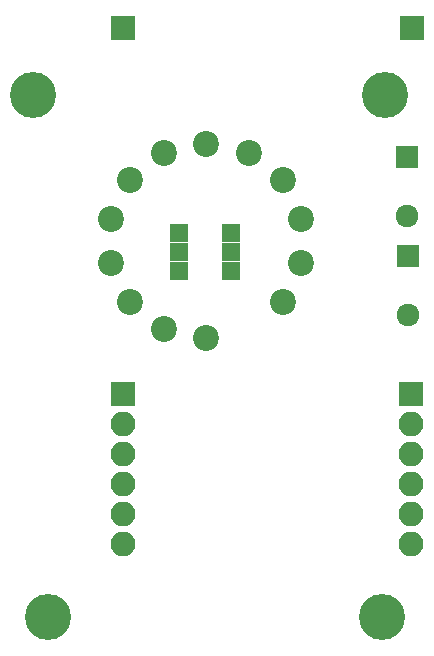
<source format=gts>
%TF.GenerationSoftware,KiCad,Pcbnew,4.0.7*%
%TF.CreationDate,2017-11-17T19:54:21+08:00*%
%TF.ProjectId,finalRoundNixie,66696E616C526F756E644E697869652E,rev?*%
%TF.FileFunction,Soldermask,Top*%
%FSLAX46Y46*%
G04 Gerber Fmt 4.6, Leading zero omitted, Abs format (unit mm)*
G04 Created by KiCad (PCBNEW 4.0.7) date 11/17/17 19:54:21*
%MOMM*%
%LPD*%
G01*
G04 APERTURE LIST*
%ADD10C,0.100000*%
%ADD11C,3.900000*%
%ADD12C,2.200000*%
%ADD13R,1.600000X1.600000*%
%ADD14R,2.100000X2.100000*%
%ADD15O,2.100000X2.100000*%
%ADD16R,1.924000X1.924000*%
%ADD17C,1.924000*%
G04 APERTURE END LIST*
D10*
D11*
X33300000Y-7700000D03*
X3500000Y-7700000D03*
X4700000Y-51900000D03*
X33030000Y-51900000D03*
D12*
X18143155Y-11785798D03*
X14563614Y-12602805D03*
X11693045Y-14892007D03*
X10100000Y-18200000D03*
X10100000Y-21871596D03*
X11693045Y-25179589D03*
X14563614Y-27468791D03*
X18143155Y-28285798D03*
X24593265Y-25179589D03*
X26186310Y-21871596D03*
X26186310Y-18200000D03*
X24593265Y-14892007D03*
X21722696Y-12602805D03*
D13*
X20250000Y-19350000D03*
X20250000Y-20950000D03*
X15850000Y-19350000D03*
X15850000Y-20950000D03*
X15850000Y-22550000D03*
X20250000Y-22550000D03*
D14*
X11100000Y-2000000D03*
X11100000Y-33000000D03*
D15*
X11100000Y-35540000D03*
X11100000Y-38080000D03*
X11100000Y-40620000D03*
X11100000Y-43160000D03*
X11100000Y-45700000D03*
D14*
X35550000Y-2000000D03*
X35500000Y-33000000D03*
D15*
X35500000Y-35540000D03*
X35500000Y-38080000D03*
X35500000Y-40620000D03*
X35500000Y-43160000D03*
X35500000Y-45700000D03*
D16*
X35200000Y-21300000D03*
D17*
X35200000Y-26300000D03*
D16*
X35150000Y-12950000D03*
D17*
X35150000Y-17950000D03*
M02*

</source>
